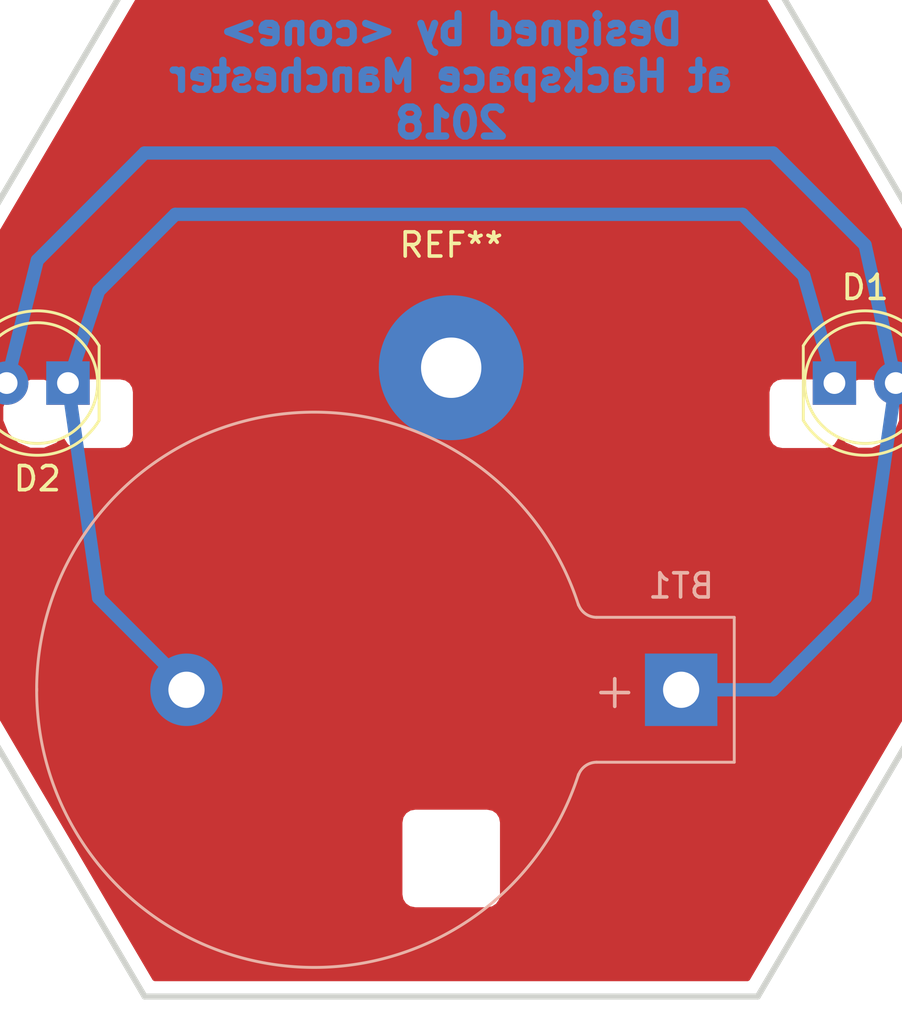
<source format=kicad_pcb>
(kicad_pcb (version 4) (host pcbnew 4.0.7)

  (general
    (links 4)
    (no_connects 0)
    (area 124.334999 74.804999 175.385001 118.235001)
    (thickness 1.6)
    (drawings 7)
    (tracks 16)
    (zones 0)
    (modules 5)
    (nets 3)
  )

  (page A4)
  (layers
    (0 F.Cu signal hide)
    (31 B.Cu signal)
    (32 B.Adhes user hide)
    (33 F.Adhes user hide)
    (34 B.Paste user hide)
    (35 F.Paste user hide)
    (36 B.SilkS user hide)
    (37 F.SilkS user hide)
    (38 B.Mask user hide)
    (39 F.Mask user)
    (40 Dwgs.User user hide)
    (41 Cmts.User user hide)
    (42 Eco1.User user hide)
    (43 Eco2.User user hide)
    (44 Edge.Cuts user hide)
    (45 Margin user hide)
    (46 B.CrtYd user)
    (47 F.CrtYd user hide)
    (48 B.Fab user)
    (49 F.Fab user)
  )

  (setup
    (last_trace_width 0.55)
    (trace_clearance 0.2)
    (zone_clearance 0.508)
    (zone_45_only no)
    (trace_min 0.2)
    (segment_width 0.2)
    (edge_width 0.15)
    (via_size 0.6)
    (via_drill 0.4)
    (via_min_size 0.4)
    (via_min_drill 0.3)
    (uvia_size 0.3)
    (uvia_drill 0.1)
    (uvias_allowed no)
    (uvia_min_size 0.2)
    (uvia_min_drill 0.1)
    (pcb_text_width 0.3)
    (pcb_text_size 1.5 1.5)
    (mod_edge_width 0.15)
    (mod_text_size 1 1)
    (mod_text_width 0.15)
    (pad_size 1.524 1.524)
    (pad_drill 0.762)
    (pad_to_mask_clearance 0.2)
    (aux_axis_origin 0 0)
    (visible_elements FFFFFF7F)
    (pcbplotparams
      (layerselection 0x00030_80000001)
      (usegerberextensions false)
      (excludeedgelayer true)
      (linewidth 0.100000)
      (plotframeref false)
      (viasonmask false)
      (mode 1)
      (useauxorigin false)
      (hpglpennumber 1)
      (hpglpenspeed 20)
      (hpglpendiameter 15)
      (hpglpenoverlay 2)
      (psnegative false)
      (psa4output false)
      (plotreference true)
      (plotvalue true)
      (plotinvisibletext false)
      (padsonsilk false)
      (subtractmaskfromsilk false)
      (outputformat 1)
      (mirror false)
      (drillshape 1)
      (scaleselection 1)
      (outputdirectory ""))
  )

  (net 0 "")
  (net 1 "Net-(BT1-Pad2)")
  (net 2 "Net-(BT1-Pad1)")

  (net_class Default "This is the default net class."
    (clearance 0.2)
    (trace_width 0.55)
    (via_dia 0.6)
    (via_drill 0.4)
    (uvia_dia 0.3)
    (uvia_drill 0.1)
    (add_net "Net-(BT1-Pad1)")
    (add_net "Net-(BT1-Pad2)")
  )

  (module Battery_Holders:Keystone_103_1x20mm-CoinCell (layer B.Cu) (tedit 5787C32C) (tstamp 5A9987FD)
    (at 159.385 105.41 180)
    (descr http://www.keyelco.com/product-pdf.cfm?p=719)
    (tags "Keystone type 103 battery holder")
    (path /5A997D07)
    (fp_text reference BT1 (at 0 4.3 180) (layer B.SilkS)
      (effects (font (size 1 1) (thickness 0.15)) (justify mirror))
    )
    (fp_text value Battery_Cell (at 15 -13 180) (layer B.Fab)
      (effects (font (size 1 1) (thickness 0.15)) (justify mirror))
    )
    (fp_text user + (at 2.75 0 180) (layer B.SilkS)
      (effects (font (size 1.5 1.5) (thickness 0.15)) (justify mirror))
    )
    (fp_arc (start 15.2 0) (end 4.015 -3.6) (angle 162.5) (layer B.CrtYd) (width 0.05))
    (fp_arc (start 15.2 0) (end 4.015 3.6) (angle -162.5) (layer B.CrtYd) (width 0.05))
    (fp_arc (start 3.5 -3.8) (end 3.5 -3.25) (angle -70) (layer B.CrtYd) (width 0.05))
    (fp_arc (start 3.5 3.8) (end 3.5 3.25) (angle 70) (layer B.CrtYd) (width 0.05))
    (fp_arc (start 15.2 0) (end 4.25 -3.5) (angle 162.5) (layer B.SilkS) (width 0.12))
    (fp_arc (start 3.5 -3.8) (end 3.5 -3) (angle -70) (layer B.SilkS) (width 0.12))
    (fp_arc (start 15.2 0) (end 4.25 3.5) (angle -162.5) (layer B.SilkS) (width 0.12))
    (fp_arc (start 3.5 3.8) (end 3.5 3) (angle 70) (layer B.SilkS) (width 0.12))
    (fp_arc (start 3.5 -3.8) (end 3.5 -2.9) (angle -70) (layer B.Fab) (width 0.1))
    (fp_arc (start 15.2 0) (end 4.35 -3.5) (angle 162.5) (layer B.Fab) (width 0.1))
    (fp_arc (start 15.2 0) (end 4.35 3.5) (angle -162.5) (layer B.Fab) (width 0.1))
    (fp_arc (start 15.2 0) (end 5.2 -1.3) (angle 180) (layer B.Fab) (width 0.1))
    (fp_line (start -2.45 3.25) (end 3.5 3.25) (layer B.CrtYd) (width 0.05))
    (fp_line (start -2.45 -3.25) (end 3.5 -3.25) (layer B.CrtYd) (width 0.05))
    (fp_line (start -2.45 -3.25) (end -2.45 3.25) (layer B.CrtYd) (width 0.05))
    (fp_line (start -2.2 3) (end 3.5 3) (layer B.SilkS) (width 0.12))
    (fp_line (start -2.2 -3) (end -2.2 3) (layer B.SilkS) (width 0.12))
    (fp_line (start -2.2 -3) (end 3.5 -3) (layer B.SilkS) (width 0.12))
    (fp_arc (start 15.2 0) (end 9 -1.3) (angle 170) (layer B.Fab) (width 0.1))
    (fp_arc (start 15.2 0) (end 13.3 -1.3) (angle 150) (layer B.Fab) (width 0.1))
    (fp_line (start 23.5712 -7.7216) (end 22.6568 -6.8834) (layer B.Fab) (width 0.1))
    (fp_line (start 23.5712 7.7216) (end 22.6314 6.858) (layer B.Fab) (width 0.1))
    (fp_arc (start 15.2 0) (end 13.3 1.3) (angle -150) (layer B.Fab) (width 0.1))
    (fp_arc (start 15.2 0) (end 9 1.3) (angle -170) (layer B.Fab) (width 0.1))
    (fp_arc (start 15.2 0) (end 5.2 1.3) (angle -180) (layer B.Fab) (width 0.1))
    (fp_line (start 3.5306 2.9) (end -1.7 2.9) (layer B.Fab) (width 0.1))
    (fp_line (start -1.7 -2.9) (end 3.5306 -2.9) (layer B.Fab) (width 0.1))
    (fp_line (start -2.1 2.5) (end -2.1 -2.5) (layer B.Fab) (width 0.1))
    (fp_line (start 0 -1.3) (end 16.2 -1.3) (layer B.Fab) (width 0.1))
    (fp_line (start 16.2 1.3) (end 0 1.3) (layer B.Fab) (width 0.1))
    (fp_arc (start 3.5 3.8) (end 3.5 2.9) (angle 70) (layer B.Fab) (width 0.1))
    (fp_arc (start 16.2 0) (end 16.2 1.3) (angle -180) (layer B.Fab) (width 0.1))
    (fp_line (start 0 1.3) (end 0 -1.3) (layer B.Fab) (width 0.1))
    (fp_arc (start -1.7 -2.5) (end -2.1 -2.5) (angle 90) (layer B.Fab) (width 0.1))
    (fp_arc (start -1.7 2.5) (end -2.1 2.5) (angle -90) (layer B.Fab) (width 0.1))
    (pad 2 thru_hole circle (at 20.49 0 180) (size 3 3) (drill 1.5) (layers *.Cu *.Mask)
      (net 1 "Net-(BT1-Pad2)"))
    (pad 1 thru_hole rect (at 0 0 180) (size 3 3) (drill 1.5) (layers *.Cu *.Mask)
      (net 2 "Net-(BT1-Pad1)"))
    (model Battery_Holders.3dshapes/Keystone_103_1x20mm-CoinCell.wrl
      (at (xyz 0.6 0 0))
      (scale (xyz 1 1 1))
      (rotate (xyz 0 0 180))
    )
  )

  (module LEDs:LED_D5.0mm (layer F.Cu) (tedit 5995936A) (tstamp 5A998803)
    (at 165.735 92.71)
    (descr "LED, diameter 5.0mm, 2 pins, http://cdn-reichelt.de/documents/datenblatt/A500/LL-504BC2E-009.pdf")
    (tags "LED diameter 5.0mm 2 pins")
    (path /5A997D8A)
    (fp_text reference D1 (at 1.27 -3.96) (layer F.SilkS)
      (effects (font (size 1 1) (thickness 0.15)))
    )
    (fp_text value LED (at 1.27 3.96) (layer F.Fab)
      (effects (font (size 1 1) (thickness 0.15)))
    )
    (fp_arc (start 1.27 0) (end -1.23 -1.469694) (angle 299.1) (layer F.Fab) (width 0.1))
    (fp_arc (start 1.27 0) (end -1.29 -1.54483) (angle 148.9) (layer F.SilkS) (width 0.12))
    (fp_arc (start 1.27 0) (end -1.29 1.54483) (angle -148.9) (layer F.SilkS) (width 0.12))
    (fp_circle (center 1.27 0) (end 3.77 0) (layer F.Fab) (width 0.1))
    (fp_circle (center 1.27 0) (end 3.77 0) (layer F.SilkS) (width 0.12))
    (fp_line (start -1.23 -1.469694) (end -1.23 1.469694) (layer F.Fab) (width 0.1))
    (fp_line (start -1.29 -1.545) (end -1.29 1.545) (layer F.SilkS) (width 0.12))
    (fp_line (start -1.95 -3.25) (end -1.95 3.25) (layer F.CrtYd) (width 0.05))
    (fp_line (start -1.95 3.25) (end 4.5 3.25) (layer F.CrtYd) (width 0.05))
    (fp_line (start 4.5 3.25) (end 4.5 -3.25) (layer F.CrtYd) (width 0.05))
    (fp_line (start 4.5 -3.25) (end -1.95 -3.25) (layer F.CrtYd) (width 0.05))
    (fp_text user %R (at 1.25 0) (layer F.Fab)
      (effects (font (size 0.8 0.8) (thickness 0.2)))
    )
    (pad 1 thru_hole rect (at 0 0) (size 1.8 1.8) (drill 0.9) (layers *.Cu *.Mask)
      (net 1 "Net-(BT1-Pad2)"))
    (pad 2 thru_hole circle (at 2.54 0) (size 1.8 1.8) (drill 0.9) (layers *.Cu *.Mask)
      (net 2 "Net-(BT1-Pad1)"))
    (model ${KISYS3DMOD}/LEDs.3dshapes/LED_D5.0mm.wrl
      (at (xyz 0 0 0))
      (scale (xyz 0.393701 0.393701 0.393701))
      (rotate (xyz 0 0 0))
    )
  )

  (module LEDs:LED_D5.0mm (layer F.Cu) (tedit 5995936A) (tstamp 5A998809)
    (at 133.985 92.71 180)
    (descr "LED, diameter 5.0mm, 2 pins, http://cdn-reichelt.de/documents/datenblatt/A500/LL-504BC2E-009.pdf")
    (tags "LED diameter 5.0mm 2 pins")
    (path /5A997D53)
    (fp_text reference D2 (at 1.27 -3.96 180) (layer F.SilkS)
      (effects (font (size 1 1) (thickness 0.15)))
    )
    (fp_text value LED (at 1.27 3.96 180) (layer F.Fab)
      (effects (font (size 1 1) (thickness 0.15)))
    )
    (fp_arc (start 1.27 0) (end -1.23 -1.469694) (angle 299.1) (layer F.Fab) (width 0.1))
    (fp_arc (start 1.27 0) (end -1.29 -1.54483) (angle 148.9) (layer F.SilkS) (width 0.12))
    (fp_arc (start 1.27 0) (end -1.29 1.54483) (angle -148.9) (layer F.SilkS) (width 0.12))
    (fp_circle (center 1.27 0) (end 3.77 0) (layer F.Fab) (width 0.1))
    (fp_circle (center 1.27 0) (end 3.77 0) (layer F.SilkS) (width 0.12))
    (fp_line (start -1.23 -1.469694) (end -1.23 1.469694) (layer F.Fab) (width 0.1))
    (fp_line (start -1.29 -1.545) (end -1.29 1.545) (layer F.SilkS) (width 0.12))
    (fp_line (start -1.95 -3.25) (end -1.95 3.25) (layer F.CrtYd) (width 0.05))
    (fp_line (start -1.95 3.25) (end 4.5 3.25) (layer F.CrtYd) (width 0.05))
    (fp_line (start 4.5 3.25) (end 4.5 -3.25) (layer F.CrtYd) (width 0.05))
    (fp_line (start 4.5 -3.25) (end -1.95 -3.25) (layer F.CrtYd) (width 0.05))
    (fp_text user %R (at 1.25 0 180) (layer F.Fab)
      (effects (font (size 0.8 0.8) (thickness 0.2)))
    )
    (pad 1 thru_hole rect (at 0 0 180) (size 1.8 1.8) (drill 0.9) (layers *.Cu *.Mask)
      (net 1 "Net-(BT1-Pad2)"))
    (pad 2 thru_hole circle (at 2.54 0 180) (size 1.8 1.8) (drill 0.9) (layers *.Cu *.Mask)
      (net 2 "Net-(BT1-Pad1)"))
    (model ${KISYS3DMOD}/LEDs.3dshapes/LED_D5.0mm.wrl
      (at (xyz 0 0 0))
      (scale (xyz 0.393701 0.393701 0.393701))
      (rotate (xyz 0 0 0))
    )
  )

  (module Downloads:bee9 (layer F.Cu) (tedit 0) (tstamp 5A99DA81)
    (at 150.495 94.615)
    (fp_text reference G*** (at 0 0) (layer F.SilkS) hide
      (effects (font (thickness 0.3)))
    )
    (fp_text value LOGO (at 0.75 0) (layer F.SilkS) hide
      (effects (font (thickness 0.3)))
    )
    (fp_poly (pts (xy 5.284158 -14.247457) (xy 5.432714 -14.069913) (xy 5.456034 -14.027727) (xy 5.502567 -13.898567)
      (xy 5.487645 -13.774294) (xy 5.396441 -13.637747) (xy 5.214125 -13.471765) (xy 4.925869 -13.259185)
      (xy 4.602093 -13.039424) (xy 4.230811 -12.776706) (xy 3.849365 -12.480765) (xy 3.509481 -12.192987)
      (xy 3.315556 -12.010045) (xy 2.972616 -11.645296) (xy 2.628316 -11.248891) (xy 2.296917 -10.84056)
      (xy 1.992677 -10.440032) (xy 1.729859 -10.067034) (xy 1.52272 -9.741296) (xy 1.385521 -9.482547)
      (xy 1.332522 -9.310515) (xy 1.3371 -9.272814) (xy 1.432164 -9.157306) (xy 1.603361 -9.033892)
      (xy 1.624728 -9.021884) (xy 2.045934 -8.748388) (xy 2.328605 -8.453315) (xy 2.488143 -8.114321)
      (xy 2.539949 -7.709065) (xy 2.54 -7.69413) (xy 2.534241 -7.499824) (xy 2.503011 -7.350724)
      (xy 2.425385 -7.207776) (xy 2.280436 -7.031923) (xy 2.05894 -6.796332) (xy 1.577879 -6.293867)
      (xy 1.769612 -6.167994) (xy 2.253211 -5.777458) (xy 2.630496 -5.31949) (xy 2.883048 -4.81951)
      (xy 2.965599 -4.517719) (xy 3.012546 -4.334443) (xy 3.061811 -4.237783) (xy 3.07199 -4.233333)
      (xy 3.179245 -4.288334) (xy 3.360359 -4.436833) (xy 3.590631 -4.654078) (xy 3.845362 -4.915318)
      (xy 4.099849 -5.195799) (xy 4.329393 -5.470769) (xy 4.406202 -5.570344) (xy 4.670688 -5.923047)
      (xy 4.967466 -6.318857) (xy 5.239256 -6.68138) (xy 5.280268 -6.736089) (xy 5.525203 -7.043955)
      (xy 5.791983 -7.349705) (xy 6.032395 -7.598753) (xy 6.087737 -7.650279) (xy 6.211896 -7.761011)
      (xy 6.320903 -7.848518) (xy 6.437289 -7.921348) (xy 6.583584 -7.988047) (xy 6.782318 -8.057162)
      (xy 7.05602 -8.137239) (xy 7.427221 -8.236825) (xy 7.918451 -8.364467) (xy 8.081818 -8.40672)
      (xy 8.3924 -8.54096) (xy 8.734548 -8.794377) (xy 9.115275 -9.173623) (xy 9.541593 -9.685349)
      (xy 9.819625 -10.05523) (xy 10.050803 -10.3599) (xy 10.263931 -10.618113) (xy 10.436313 -10.803847)
      (xy 10.545255 -10.891076) (xy 10.55014 -10.892892) (xy 10.773693 -10.895672) (xy 10.956641 -10.776099)
      (xy 11.070068 -10.565315) (xy 11.087722 -10.313939) (xy 11.030151 -10.166285) (xy 10.893688 -9.92906)
      (xy 10.698357 -9.630647) (xy 10.464181 -9.29943) (xy 10.211184 -8.963791) (xy 9.959389 -8.652115)
      (xy 9.742776 -8.407498) (xy 9.323641 -8.005069) (xy 8.916689 -7.715825) (xy 8.472313 -7.511961)
      (xy 7.940906 -7.365668) (xy 7.850909 -7.347029) (xy 7.526255 -7.275033) (xy 7.239393 -7.199014)
      (xy 7.039775 -7.132446) (xy 7.004243 -7.116306) (xy 6.773888 -6.950736) (xy 6.487472 -6.670763)
      (xy 6.16361 -6.296596) (xy 5.820918 -5.848445) (xy 5.76665 -5.772727) (xy 5.252356 -5.074826)
      (xy 4.78867 -4.503536) (xy 4.362388 -4.045379) (xy 3.960308 -3.686878) (xy 3.569224 -3.414553)
      (xy 3.32894 -3.284271) (xy 3.131445 -3.178788) (xy 3.035485 -3.076414) (xy 3.004475 -2.918019)
      (xy 3.001818 -2.755572) (xy 3.015878 -2.541116) (xy 3.051684 -2.407792) (xy 3.077041 -2.386061)
      (xy 3.164476 -2.404182) (xy 3.386647 -2.456168) (xy 3.72897 -2.538452) (xy 4.176862 -2.647467)
      (xy 4.715739 -2.779646) (xy 5.331018 -2.931423) (xy 6.008115 -3.09923) (xy 6.732447 -3.279501)
      (xy 6.853488 -3.309697) (xy 10.554713 -4.233333) (xy 18.092996 -4.233333) (xy 18.467498 -4.043559)
      (xy 18.905709 -3.73853) (xy 19.240942 -3.32545) (xy 19.466862 -2.816092) (xy 19.577131 -2.22223)
      (xy 19.587438 -1.962727) (xy 19.525811 -1.35806) (xy 19.33509 -0.826512) (xy 19.116441 -0.480818)
      (xy 18.973795 -0.327974) (xy 18.726998 -0.100913) (xy 18.396471 0.184144) (xy 18.002637 0.510978)
      (xy 17.565919 0.863369) (xy 17.106739 1.225098) (xy 16.64552 1.579944) (xy 16.202683 1.911688)
      (xy 15.798652 2.204111) (xy 15.453849 2.440992) (xy 15.363736 2.499616) (xy 15.052738 2.675867)
      (xy 14.676816 2.856984) (xy 14.324645 3.000957) (xy 14.082833 3.082795) (xy 13.857249 3.142847)
      (xy 13.613344 3.185938) (xy 13.31657 3.216891) (xy 12.932381 3.240533) (xy 12.469091 3.260082)
      (xy 11.914828 3.27786) (xy 11.293515 3.292783) (xy 10.673956 3.303479) (xy 10.124951 3.308575)
      (xy 10.025303 3.308806) (xy 9.544384 3.309532) (xy 9.202412 3.320055) (xy 8.984449 3.354154)
      (xy 8.875553 3.425611) (xy 8.860786 3.548206) (xy 8.925207 3.73572) (xy 9.053877 4.001932)
      (xy 9.123524 4.140605) (xy 9.542924 4.810392) (xy 10.082014 5.394981) (xy 10.727298 5.886371)
      (xy 11.465279 6.276558) (xy 12.282462 6.55754) (xy 13.16535 6.721314) (xy 13.527153 6.751835)
      (xy 13.940833 6.766671) (xy 14.305788 6.756076) (xy 14.683126 6.715274) (xy 15.133952 6.63949)
      (xy 15.252469 6.616993) (xy 16.185594 6.437289) (xy 16.328555 6.613838) (xy 16.453319 6.850791)
      (xy 16.428508 7.065136) (xy 16.25707 7.255057) (xy 15.94196 7.418741) (xy 15.486128 7.554373)
      (xy 14.892525 7.66014) (xy 14.562274 7.699483) (xy 13.602286 7.728285) (xy 12.642527 7.622956)
      (xy 11.708939 7.390773) (xy 10.827465 7.03901) (xy 10.024048 6.574943) (xy 9.70065 6.336009)
      (xy 9.053068 5.733875) (xy 8.542336 5.065414) (xy 8.162282 4.321244) (xy 7.950764 3.675143)
      (xy 7.874995 3.399743) (xy 7.804936 3.23281) (xy 7.710769 3.133026) (xy 7.562672 3.059073)
      (xy 7.483949 3.028346) (xy 7.238074 2.917893) (xy 6.867441 2.726579) (xy 6.371134 2.453892)
      (xy 5.748243 2.099319) (xy 4.997853 1.66235) (xy 4.119051 1.142472) (xy 4.079394 1.11886)
      (xy 3.492208 0.772759) (xy 3.028705 0.509217) (xy 2.683165 0.327416) (xy 2.449865 0.22654)
      (xy 2.323083 0.205773) (xy 2.297098 0.264297) (xy 2.366187 0.401296) (xy 2.524629 0.615952)
      (xy 2.766702 0.90745) (xy 2.790152 0.934812) (xy 3.148058 1.344072) (xy 3.438985 1.655965)
      (xy 3.689533 1.895355) (xy 3.926302 2.087105) (xy 4.175893 2.256079) (xy 4.257124 2.305972)
      (xy 5.056696 2.874077) (xy 5.740886 3.543977) (xy 6.309057 4.314979) (xy 6.615606 4.869516)
      (xy 6.734496 5.124883) (xy 6.83086 5.369322) (xy 6.907609 5.623645) (xy 6.967654 5.908663)
      (xy 7.013907 6.24519) (xy 7.049279 6.654039) (xy 7.076682 7.15602) (xy 7.099026 7.771948)
      (xy 7.117651 8.458409) (xy 7.137648 9.144485) (xy 7.163424 9.700396) (xy 7.199807 10.149916)
      (xy 7.251626 10.516816) (xy 7.323709 10.824869) (xy 7.420886 11.097848) (xy 7.547984 11.359524)
      (xy 7.709832 11.63367) (xy 7.787268 11.755059) (xy 8.323949 12.445057) (xy 8.974925 13.041953)
      (xy 9.726107 13.537584) (xy 10.563406 13.923787) (xy 11.472731 14.1924) (xy 12.20206 14.312738)
      (xy 12.662674 14.377381) (xy 12.986822 14.45732) (xy 13.191796 14.560406) (xy 13.29489 14.694492)
      (xy 13.315758 14.818441) (xy 13.264001 15.049008) (xy 13.104469 15.20697) (xy 12.830767 15.293473)
      (xy 12.436502 15.309664) (xy 11.915279 15.256691) (xy 11.393165 15.163366) (xy 10.428308 14.89943)
      (xy 9.527344 14.519263) (xy 8.703471 14.03361) (xy 7.969885 13.453219) (xy 7.339784 12.788833)
      (xy 6.826366 12.051201) (xy 6.442829 11.251066) (xy 6.38258 11.083636) (xy 6.3322 10.923617)
      (xy 6.291534 10.757921) (xy 6.258834 10.565987) (xy 6.232349 10.327254) (xy 6.21033 10.021163)
      (xy 6.191026 9.627153) (xy 6.172689 9.124663) (xy 6.153568 8.493132) (xy 6.149296 8.342419)
      (xy 6.129765 7.681151) (xy 6.111397 7.153879) (xy 6.092518 6.740688) (xy 6.07145 6.42166)
      (xy 6.046519 6.17688) (xy 6.01605 5.98643) (xy 5.978367 5.830396) (xy 5.931794 5.688859)
      (xy 5.924382 5.668835) (xy 5.662599 5.119925) (xy 5.295147 4.562009) (xy 4.857458 4.04762)
      (xy 4.774891 3.964629) (xy 4.382798 3.58047) (xy 4.528124 4.003114) (xy 4.715694 4.637222)
      (xy 4.884993 5.378836) (xy 5.02874 6.181916) (xy 5.139656 7.000419) (xy 5.21046 7.788305)
      (xy 5.23394 8.466667) (xy 5.19016 9.444934) (xy 5.065253 10.481402) (xy 4.868863 11.525563)
      (xy 4.610636 12.526912) (xy 4.300217 13.43494) (xy 4.271337 13.50718) (xy 3.923069 14.281973)
      (xy 3.541007 14.950656) (xy 3.094097 15.561031) (xy 2.551285 16.160901) (xy 2.54 16.172347)
      (xy 2.129193 16.575833) (xy 1.784972 16.880559) (xy 1.477399 17.107683) (xy 1.176536 17.278362)
      (xy 0.852445 17.413756) (xy 0.718028 17.460008) (xy 0.380811 17.543777) (xy -0.035892 17.607925)
      (xy -0.481699 17.648637) (xy -0.906225 17.662102) (xy -1.259085 17.644504) (xy -1.40292 17.620547)
      (xy -2.110014 17.374987) (xy -2.789622 16.987598) (xy -3.433679 16.469258) (xy -4.03412 15.830848)
      (xy -4.582882 15.083247) (xy -5.071898 14.237334) (xy -5.406487 13.495925) (xy -4.439158 13.495925)
      (xy -4.410542 13.566313) (xy -4.315952 13.740975) (xy -4.170369 13.993249) (xy -3.996976 14.28298)
      (xy -3.46494 15.056819) (xy -2.896872 15.684643) (xy -2.2881 16.171147) (xy -1.885757 16.405088)
      (xy -1.27 16.715927) (xy -0.500303 16.685707) (xy -0.102856 16.662991) (xy 0.191153 16.624799)
      (xy 0.432127 16.561186) (xy 0.670468 16.462203) (xy 0.697428 16.449337) (xy 1.087696 16.215497)
      (xy 1.51414 15.8829) (xy 1.936649 15.486495) (xy 2.315115 15.061232) (xy 2.36874 14.993057)
      (xy 2.520615 14.781002) (xy 2.695078 14.514216) (xy 2.874431 14.223043) (xy 3.040979 13.937829)
      (xy 3.177023 13.688918) (xy 3.264868 13.506655) (xy 3.286817 13.421386) (xy 3.285951 13.420294)
      (xy 3.203864 13.420904) (xy 3.008108 13.444899) (xy 2.736342 13.487422) (xy 2.650181 13.502263)
      (xy 1.687578 13.635935) (xy 0.624374 13.721333) (xy -0.493652 13.757827) (xy -1.62072 13.744786)
      (xy -2.711051 13.681579) (xy -3.574561 13.587967) (xy -3.915076 13.543834) (xy -4.193826 13.511807)
      (xy -4.379024 13.495267) (xy -4.439158 13.495925) (xy -5.406487 13.495925) (xy -5.493105 13.30399)
      (xy -5.838438 12.294094) (xy -6.081829 11.308544) (xy -6.306391 9.862297) (xy -6.382927 8.45062)
      (xy -6.347904 7.769543) (xy -5.457832 7.769543) (xy -5.453802 7.97054) (xy -5.440858 8.274876)
      (xy -5.420297 8.657467) (xy -5.393417 9.093227) (xy -5.361517 9.557072) (xy -5.341588 9.824354)
      (xy -5.299372 10.373861) (xy -4.862565 10.492568) (xy -4.314606 10.626165) (xy -3.684817 10.755135)
      (xy -3.045028 10.865609) (xy -2.61697 10.926106) (xy -2.210627 10.959806) (xy -1.68711 10.977769)
      (xy -1.082266 10.981073) (xy -0.431939 10.970793) (xy 0.228026 10.948005) (xy 0.861782 10.913785)
      (xy 1.433486 10.86921) (xy 1.907291 10.815355) (xy 2.100649 10.784487) (xy 2.518927 10.701373)
      (xy 2.954162 10.604207) (xy 3.339754 10.508274) (xy 3.50283 10.462677) (xy 3.797057 10.369703)
      (xy 3.977102 10.291422) (xy 4.078191 10.20545) (xy 4.135552 10.089408) (xy 4.147113 10.053322)
      (xy 4.180876 9.877169) (xy 4.210776 9.603454) (xy 4.235652 9.265308) (xy 4.254342 8.89586)
      (xy 4.265684 8.528242) (xy 4.268518 8.195585) (xy 4.26168 7.931019) (xy 4.244011 7.767675)
      (xy 4.228481 7.732455) (xy 4.119812 7.722518) (xy 3.911526 7.741846) (xy 3.714587 7.77419)
      (xy 3.066367 7.897007) (xy 2.531493 7.992176) (xy 2.072694 8.063869) (xy 1.652703 8.116256)
      (xy 1.234248 8.15351) (xy 0.780061 8.179801) (xy 0.252872 8.1993) (xy -0.192424 8.211466)
      (xy -1.000607 8.225559) (xy -1.692902 8.221883) (xy -2.30663 8.197643) (xy -2.879114 8.150045)
      (xy -3.447674 8.076293) (xy -4.049633 7.973593) (xy -4.471429 7.89102) (xy -4.833869 7.817737)
      (xy -5.137257 7.757125) (xy -5.352197 7.715006) (xy -5.449294 7.697197) (xy -5.45165 7.69697)
      (xy -5.457832 7.769543) (xy -6.347904 7.769543) (xy -6.311777 7.067035) (xy -6.306771 7.020451)
      (xy -6.217966 6.355877) (xy -6.097823 5.67087) (xy -5.956633 5.015793) (xy -5.921506 4.882912)
      (xy -4.92606 4.882912) (xy -4.853918 4.93254) (xy -4.653208 5.000242) (xy -4.347509 5.08065)
      (xy -3.960398 5.168398) (xy -3.515452 5.258119) (xy -3.036249 5.344446) (xy -2.578485 5.417281)
      (xy -2.43842 5.425924) (xy -2.168788 5.431867) (xy -1.793939 5.434984) (xy -1.338222 5.435144)
      (xy -0.825988 5.432219) (xy -0.461818 5.428452) (xy 0.153683 5.419517) (xy 0.64494 5.407927)
      (xy 1.041647 5.391313) (xy 1.373499 5.367308) (xy 1.67019 5.333541) (xy 1.961416 5.287643)
      (xy 2.27687 5.227246) (xy 2.413985 5.199018) (xy 2.945436 5.084473) (xy 3.335828 4.991302)
      (xy 3.596087 4.916432) (xy 3.73714 4.856789) (xy 3.771515 4.817098) (xy 3.742184 4.694735)
      (xy 3.663468 4.466785) (xy 3.549284 4.167982) (xy 3.41355 3.833063) (xy 3.270181 3.496761)
      (xy 3.133094 3.193811) (xy 3.063899 3.050959) (xy 2.916424 2.762024) (xy 2.812789 2.586511)
      (xy 2.728948 2.499676) (xy 2.640854 2.476779) (xy 2.524462 2.493078) (xy 2.522161 2.493537)
      (xy 2.093674 2.562335) (xy 1.575099 2.614203) (xy 0.957047 2.649293) (xy 0.230132 2.66776)
      (xy -0.615035 2.669757) (xy -1.58784 2.655438) (xy -2.697671 2.624957) (xy -3.579091 2.593391)
      (xy -3.963939 2.578485) (xy -4.211608 3.040303) (xy -4.340245 3.30139) (xy -4.483265 3.625015)
      (xy -4.626538 3.974731) (xy -4.755932 4.314095) (xy -4.857316 4.606661) (xy -4.916559 4.815983)
      (xy -4.92606 4.882912) (xy -5.921506 4.882912) (xy -5.804689 4.441012) (xy -5.733863 4.21699)
      (xy -5.656554 3.96313) (xy -5.616331 3.777358) (xy -5.620708 3.69565) (xy -5.62474 3.694545)
      (xy -5.720978 3.755083) (xy -5.877674 3.917942) (xy -6.073556 4.154993) (xy -6.287354 4.438105)
      (xy -6.497797 4.739147) (xy -6.683613 5.02999) (xy -6.819863 5.275063) (xy -6.953744 5.57198)
      (xy -7.056381 5.871848) (xy -7.13163 6.201043) (xy -7.183342 6.585938) (xy -7.215372 7.05291)
      (xy -7.231573 7.628332) (xy -7.23559 8.120303) (xy -7.241436 8.627904) (xy -7.255174 9.151346)
      (xy -7.275016 9.641656) (xy -7.299174 10.049863) (xy -7.311424 10.198485) (xy -7.350112 10.556392)
      (xy -7.398702 10.835038) (xy -7.472949 11.086976) (xy -7.588605 11.364764) (xy -7.761423 11.720955)
      (xy -7.777243 11.752523) (xy -8.269092 12.564845) (xy -8.878822 13.287724) (xy -9.593653 13.913112)
      (xy -10.400806 14.432961) (xy -11.287501 14.839224) (xy -12.24096 15.123853) (xy -13.248404 15.278802)
      (xy -13.394371 15.289776) (xy -14.136666 15.338422) (xy -14.313504 15.090077) (xy -14.490341 14.841732)
      (xy -14.338298 14.636775) (xy -14.230748 14.521561) (xy -14.088814 14.44825) (xy -13.867652 14.399478)
      (xy -13.654794 14.372104) (xy -12.596074 14.194637) (xy -11.63564 13.912396) (xy -11.006667 13.64378)
      (xy -10.633335 13.44811) (xy -10.326242 13.253627) (xy -10.035004 13.023547) (xy -9.709236 12.721087)
      (xy -9.61277 12.626158) (xy -9.282859 12.285943) (xy -9.037184 11.995139) (xy -8.840355 11.706267)
      (xy -8.656983 11.37185) (xy -8.614928 11.287443) (xy -8.279772 10.606097) (xy -8.19423 8.208655)
      (xy -8.169927 7.536877) (xy -8.148867 6.999352) (xy -8.12903 6.576486) (xy -8.1084 6.248683)
      (xy -8.084956 5.996347) (xy -8.05668 5.799883) (xy -8.021554 5.639695) (xy -7.97756 5.496188)
      (xy -7.922678 5.349766) (xy -7.891766 5.272424) (xy -7.486293 4.451992) (xy -6.958661 3.708273)
      (xy -6.30102 3.031958) (xy -5.505521 2.413735) (xy -5.450597 2.376511) (xy -5.077317 2.106193)
      (xy -4.743749 1.816412) (xy -4.40633 1.46654) (xy -4.12287 1.138273) (xy -3.796627 0.735431)
      (xy -3.580624 0.439345) (xy -3.474611 0.249585) (xy -3.478339 0.165718) (xy -3.566912 0.1771)
      (xy -3.657303 0.224742) (xy -3.863086 0.340363) (xy -4.166913 0.513988) (xy -4.551434 0.73564)
      (xy -4.999301 0.995343) (xy -5.493164 1.283121) (xy -5.664336 1.383169) (xy -6.202582 1.69589)
      (xy -6.730759 1.998867) (xy -7.225087 2.278748) (xy -7.661786 2.52218) (xy -8.017075 2.715813)
      (xy -8.267171 2.846296) (xy -8.293485 2.859275) (xy -8.643088 3.04437) (xy -8.856995 3.191742)
      (xy -8.929514 3.297047) (xy -8.962807 3.487565) (xy -9.049826 3.774137) (xy -9.174391 4.115668)
      (xy -9.320321 4.471061) (xy -9.471435 4.79922) (xy -9.611552 5.05905) (xy -9.642454 5.107744)
      (xy -10.183748 5.786155) (xy -10.84629 6.381081) (xy -11.616861 6.883978) (xy -12.482243 7.2863)
      (xy -13.429215 7.579501) (xy -13.487198 7.593173) (xy -13.993825 7.677868) (xy -14.565086 7.719034)
      (xy -15.167075 7.719244) (xy -15.765886 7.681068) (xy -16.327613 7.60708) (xy -16.818347 7.49985)
      (xy -17.204185 7.361952) (xy -17.314994 7.302807) (xy -17.488312 7.128328) (xy -17.540777 6.921065)
      (xy -17.488103 6.719282) (xy -17.346 6.561242) (xy -17.13018 6.485209) (xy -16.982396 6.492821)
      (xy -16.790375 6.528516) (xy -16.503717 6.581982) (xy -16.179093 6.642648) (xy -16.125151 6.652739)
      (xy -15.189462 6.757664) (xy -14.258551 6.726949) (xy -13.356557 6.564454) (xy -12.50762 6.274036)
      (xy -11.933914 5.982675) (xy -11.44703 5.636457) (xy -10.983688 5.197781) (xy -10.571442 4.701191)
      (xy -10.237843 4.181233) (xy -10.010442 3.67245) (xy -9.963091 3.511657) (xy -9.912403 3.309697)
      (xy -11.363928 3.303569) (xy -11.926692 3.298097) (xy -12.535355 3.286979) (xy -13.13432 3.271561)
      (xy -13.667994 3.253189) (xy -13.931515 3.241418) (xy -14.55006 3.19622) (xy -15.059787 3.120725)
      (xy -15.504888 3.001524) (xy -15.929554 2.825207) (xy -16.377979 2.578363) (xy -16.625454 2.423955)
      (xy -16.862606 2.262183) (xy -16.955529 2.195089) (xy -14.601189 2.195089) (xy -14.590465 2.214585)
      (xy -14.477819 2.2644) (xy -14.247267 2.302295) (xy -13.892316 2.328523) (xy -13.406468 2.34334)
      (xy -12.783229 2.346999) (xy -12.016101 2.339756) (xy -11.583939 2.332269) (xy -10.885463 2.316227)
      (xy -10.327361 2.297614) (xy -9.896078 2.275572) (xy -9.578059 2.249245) (xy -9.359748 2.217776)
      (xy -9.236363 2.183971) (xy -9.100391 2.118932) (xy -9.003375 2.030721) (xy -8.923426 1.884199)
      (xy -8.91578 1.862552) (xy -8.513012 1.862552) (xy -8.496494 1.908549) (xy -8.494155 1.9074)
      (xy -8.413921 1.861003) (xy -8.217182 1.746286) (xy -7.920235 1.572779) (xy -7.539376 1.350014)
      (xy -7.090904 1.08752) (xy -6.591115 0.794829) (xy -6.285189 0.615597) (xy -5.763994 0.308022)
      (xy -5.286358 0.021964) (xy -4.868362 -0.232617) (xy -4.526091 -0.445759) (xy -4.275627 -0.6075)
      (xy -4.133055 -0.707879) (xy -4.106162 -0.73399) (xy -4.099732 -0.867904) (xy -4.132453 -1.06792)
      (xy -4.13734 -1.087432) (xy -4.186367 -1.230833) (xy -4.267618 -1.325801) (xy -4.419607 -1.399514)
      (xy -4.680851 -1.479151) (xy -4.700004 -1.484478) (xy -5.195454 -1.621987) (xy -5.772727 -1.430597)
      (xy -6.135833 -1.314472) (xy -6.522376 -1.197457) (xy -6.83332 -1.10913) (xy -7.088343 -1.035063)
      (xy -7.254517 -0.957311) (xy -7.378014 -0.838347) (xy -7.505006 -0.640644) (xy -7.58602 -0.497357)
      (xy -7.715609 -0.245064) (xy -7.860405 0.070075) (xy -8.010847 0.422737) (xy -8.15737 0.787598)
      (xy -8.290412 1.139333) (xy -8.400408 1.45262) (xy -8.477796 1.702134) (xy -8.513012 1.862552)
      (xy -8.91578 1.862552) (xy -8.838657 1.644225) (xy -8.779106 1.44987) (xy -8.667249 1.111149)
      (xy -8.514291 0.693428) (xy -8.34315 0.257698) (xy -8.223992 -0.027259) (xy -8.08537 -0.359308)
      (xy -7.977881 -0.637961) (xy -7.912031 -0.834384) (xy -7.898326 -0.919741) (xy -7.898679 -0.920139)
      (xy -7.999436 -0.946203) (xy -8.223137 -0.966199) (xy -8.5389 -0.979905) (xy -8.915838 -0.987095)
      (xy -9.323069 -0.987547) (xy -9.729709 -0.981037) (xy -10.104873 -0.967341) (xy -10.417678 -0.946235)
      (xy -10.490341 -0.938917) (xy -10.818305 -0.894794) (xy -11.095764 -0.833798) (xy -11.372228 -0.739954)
      (xy -11.697204 -0.597285) (xy -11.989248 -0.455251) (xy -12.385935 -0.24956) (xy -12.694623 -0.062661)
      (xy -12.967042 0.142904) (xy -13.254921 0.404595) (xy -13.467695 0.615329) (xy -13.767384 0.935204)
      (xy -14.043731 1.262313) (xy -14.281011 1.574256) (xy -14.463498 1.848633) (xy -14.575466 2.063044)
      (xy -14.601189 2.195089) (xy -16.955529 2.195089) (xy -17.193164 2.023508) (xy -17.59095 1.727965)
      (xy -18.029789 1.395593) (xy -18.483505 1.04643) (xy -18.925922 0.700512) (xy -19.330864 0.377877)
      (xy -19.672155 0.098563) (xy -19.762457 0.022616) (xy -19.794608 -0.01109) (xy -18.239196 -0.01109)
      (xy -18.179715 0.049155) (xy -18.018472 0.182338) (xy -17.778407 0.371139) (xy -17.482461 0.598239)
      (xy -17.153573 0.846318) (xy -16.814685 1.098056) (xy -16.488737 1.336134) (xy -16.19867 1.543232)
      (xy -15.990387 1.686715) (xy -15.729112 1.849382) (xy -15.461323 1.996311) (xy -15.231501 2.104734)
      (xy -15.084132 2.151882) (xy -15.081074 2.152139) (xy -15.024406 2.091476) (xy -14.934691 1.935887)
      (xy -14.90039 1.866515) (xy -14.503949 1.195429) (xy -13.975578 0.556109) (xy -13.336902 -0.0306)
      (xy -12.609541 -0.543853) (xy -12.111339 -0.822209) (xy -11.249382 -1.2576) (xy -11.993933 -1.558759)
      (xy -12.738485 -1.859919) (xy -13.931515 -1.828707) (xy -14.39878 -1.814508) (xy -14.748915 -1.796413)
      (xy -15.018718 -1.768941) (xy -15.24499 -1.726613) (xy -15.464532 -1.663948) (xy -15.714143 -1.575465)
      (xy -15.768308 -1.555169) (xy -16.113549 -1.41692) (xy -16.451953 -1.267549) (xy -16.721632 -1.13468)
      (xy -16.768914 -1.10851) (xy -16.982439 -0.97604) (xy -17.24291 -0.799625) (xy -17.521461 -0.600811)
      (xy -17.789227 -0.401144) (xy -18.01734 -0.222168) (xy -18.176935 -0.085431) (xy -18.239146 -0.012477)
      (xy -18.239196 -0.01109) (xy -19.794608 -0.01109) (xy -20.189463 -0.425029) (xy -20.494821 -0.925708)
      (xy -20.679908 -1.458778) (xy -20.7461 -2.003595) (xy -20.732596 -2.144607) (xy -19.761126 -2.144607)
      (xy -19.748341 -1.72922) (xy -19.636161 -1.34295) (xy -19.521002 -1.158802) (xy -19.337725 -0.93682)
      (xy -19.118955 -0.708871) (xy -18.897316 -0.50682) (xy -18.705432 -0.362534) (xy -18.576493 -0.307879)
      (xy -18.477433 -0.354975) (xy -18.29922 -0.479451) (xy -18.077466 -0.656083) (xy -18.03941 -0.688278)
      (xy -17.390905 -1.166749) (xy -16.641869 -1.591125) (xy -15.843629 -1.932553) (xy -15.795899 -1.949556)
      (xy -15.455315 -2.06106) (xy -15.154312 -2.135006) (xy -14.837311 -2.180832) (xy -14.448734 -2.207977)
      (xy -14.220151 -2.217153) (xy -13.867629 -2.23342) (xy -13.579358 -2.25455) (xy -13.385391 -2.277789)
      (xy -13.315757 -2.300027) (xy -13.358726 -2.38347) (xy -13.4712 -2.551767) (xy -13.623636 -2.761467)
      (xy -13.780607 -2.981002) (xy -13.891525 -3.156418) (xy -13.917832 -3.215846) (xy -13.469697 -3.215846)
      (xy -13.411705 -3.094198) (xy -13.257444 -2.910784) (xy -13.03649 -2.6925) (xy -12.778417 -2.466242)
      (xy -12.5128 -2.258904) (xy -12.269214 -2.097383) (xy -12.195545 -2.057112) (xy -11.819354 -1.892516)
      (xy -11.349361 -1.724683) (xy -10.844219 -1.571718) (xy -10.362579 -1.451724) (xy -10.044545 -1.393175)
      (xy -9.502071 -1.340982) (xy -8.878802 -1.321314) (xy -8.236884 -1.333409) (xy -7.638462 -1.376509)
      (xy -7.264476 -1.427167) (xy -6.759525 -1.522321) (xy -6.384572 -1.609349) (xy -6.146279 -1.686313)
      (xy -6.051307 -1.751277) (xy -6.058893 -1.777932) (xy -6.144741 -1.80912) (xy -6.363406 -1.872649)
      (xy -6.698217 -1.964113) (xy -7.132502 -2.079106) (xy -7.649589 -2.213221) (xy -8.232807 -2.362053)
      (xy -8.865485 -2.521195) (xy -8.96697 -2.546518) (xy -9.726279 -2.734754) (xy -10.355238 -2.887885)
      (xy -10.872444 -3.009688) (xy -11.296496 -3.103939) (xy -11.64599 -3.174416) (xy -11.939525 -3.224894)
      (xy -12.195697 -3.259152) (xy -12.433106 -3.280966) (xy -12.642273 -3.292911) (xy -13.014343 -3.306291)
      (xy -13.25794 -3.305585) (xy -13.398081 -3.288462) (xy -13.45978 -3.252593) (xy -13.469697 -3.215846)
      (xy -13.917832 -3.215846) (xy -13.931515 -3.246756) (xy -14.007518 -3.268432) (xy -14.231831 -3.28491)
      (xy -14.598909 -3.296083) (xy -15.103205 -3.301841) (xy -15.739174 -3.302078) (xy -16.494286 -3.296755)
      (xy -17.197009 -3.289139) (xy -17.762425 -3.281114) (xy -18.207162 -3.271685) (xy -18.547851 -3.259856)
      (xy -18.80112 -3.244632) (xy -18.983602 -3.225018) (xy -19.111924 -3.200018) (xy -19.202718 -3.168637)
      (xy -19.271644 -3.130515) (xy -19.514531 -2.885699) (xy -19.680441 -2.543582) (xy -19.761126 -2.144607)
      (xy -20.732596 -2.144607) (xy -20.694774 -2.539517) (xy -20.527306 -3.0459) (xy -20.245072 -3.502101)
      (xy -19.849448 -3.887478) (xy -19.486665 -4.113825) (xy -19.417815 -4.143054) (xy -19.328197 -4.16733)
      (xy -19.204602 -4.186976) (xy -19.033823 -4.202317) (xy -18.802649 -4.213678) (xy -18.497872 -4.221382)
      (xy -18.106283 -4.225755) (xy -17.614673 -4.227119) (xy -17.009833 -4.2258) (xy -16.278555 -4.222122)
      (xy -15.407628 -4.216409) (xy -15.330301 -4.215865) (xy -11.43 -4.188331) (xy -7.868338 -3.287196)
      (xy -7.152177 -3.106387) (xy -6.481027 -2.937689) (xy -5.86975 -2.784785) (xy -5.33321 -2.651357)
      (xy -4.886269 -2.541088) (xy -4.543791 -2.457661) (xy -4.320639 -2.404758) (xy -4.231675 -2.386062)
      (xy -4.23152 -2.386061) (xy -4.187739 -2.455081) (xy -4.160741 -2.63067) (xy -4.157391 -2.727316)
      (xy -3.155757 -2.727316) (xy -3.155757 -0.982746) (xy -2.89336 -0.62607) (xy -2.720955 -0.395337)
      (xy -2.569442 -0.215893) (xy -2.41705 -0.081637) (xy -2.242008 0.013532) (xy -2.022545 0.075718)
      (xy -1.736891 0.111021) (xy -1.363275 0.125543) (xy -0.879925 0.125387) (xy -0.265071 0.116653)
      (xy -0.244546 0.116325) (xy 1.088786 0.09503) (xy 1.319404 -0.125667) (xy 1.503889 -0.327431)
      (xy 1.701493 -0.580188) (xy 1.775617 -0.686681) (xy 1.866117 -0.823204) (xy 2.942849 -0.823204)
      (xy 2.983736 -0.689599) (xy 3.011722 -0.659175) (xy 3.117422 -0.584356) (xy 3.333129 -0.447952)
      (xy 3.639089 -0.261418) (xy 4.01555 -0.036209) (xy 4.442758 0.216222) (xy 4.900962 0.48442)
      (xy 5.370407 0.75693) (xy 5.831341 1.022299) (xy 6.264011 1.269071) (xy 6.648663 1.485793)
      (xy 6.965545 1.66101) (xy 7.194904 1.783268) (xy 7.316987 1.841113) (xy 7.328771 1.844191)
      (xy 7.327617 1.778012) (xy 7.282164 1.596285) (xy 7.20053 1.328203) (xy 7.11018 1.058333)
      (xy 6.931147 0.581569) (xy 6.728919 0.107231) (xy 6.521692 -0.326062) (xy 6.327664 -0.679694)
      (xy 6.201886 -0.869233) (xy 6.111177 -0.931595) (xy 6.739767 -0.931595) (xy 6.751927 -0.835204)
      (xy 6.821397 -0.636416) (xy 6.935245 -0.369814) (xy 7.006506 -0.218304) (xy 7.165044 0.138009)
      (xy 7.339024 0.575625) (xy 7.50256 1.027562) (xy 7.586034 1.281354) (xy 7.700708 1.647212)
      (xy 7.796524 1.904336) (xy 7.90246 2.074382) (xy 8.047492 2.179005) (xy 8.2606 2.23986)
      (xy 8.570759 2.278603) (xy 8.96697 2.313354) (xy 9.202199 2.326603) (xy 9.542752 2.335825)
      (xy 9.964718 2.341273) (xy 10.444187 2.343202) (xy 10.95725 2.341868) (xy 11.479994 2.337524)
      (xy 11.988512 2.330425) (xy 12.458892 2.320826) (xy 12.867224 2.308982) (xy 13.189598 2.295148)
      (xy 13.402104 2.279578) (xy 13.478296 2.265292) (xy 13.480799 2.180445) (xy 13.404173 2.003804)
      (xy 13.265934 1.763397) (xy 13.083598 1.487252) (xy 12.874681 1.203395) (xy 12.656698 0.939855)
      (xy 12.634412 0.914963) (xy 11.936471 0.247754) (xy 11.159194 -0.302004) (xy 10.325029 -0.718801)
      (xy 10.198485 -0.768106) (xy 10.017054 -0.830419) (xy 9.832637 -0.877157) (xy 9.617463 -0.911248)
      (xy 9.343763 -0.935619) (xy 8.983767 -0.953199) (xy 8.509705 -0.966913) (xy 8.260359 -0.972425)
      (xy 7.759234 -0.979214) (xy 7.337148 -0.977622) (xy 7.013495 -0.96817) (xy 6.807671 -0.951379)
      (xy 6.739767 -0.931595) (xy 6.111177 -0.931595) (xy 6.077541 -0.954719) (xy 5.837892 -1.056796)
      (xy 5.518414 -1.161027) (xy 5.412128 -1.190606) (xy 5.064805 -1.287804) (xy 5.059413 -1.289433)
      (xy 10.090652 -1.289433) (xy 10.156457 -1.230131) (xy 10.358285 -1.127365) (xy 10.65477 -0.997468)
      (xy 11.447522 -0.583384) (xy 12.194699 -0.035536) (xy 12.875527 0.627909) (xy 13.469228 1.388786)
      (xy 13.583436 1.563262) (xy 13.752793 1.823351) (xy 13.892853 2.025007) (xy 13.982959 2.13911)
      (xy 14.002677 2.154234) (xy 14.087477 2.119007) (xy 14.267204 2.027538) (xy 14.50285 1.899686)
      (xy 14.742492 1.754397) (xy 15.042414 1.554597) (xy 15.381061 1.316703) (xy 15.736881 1.057131)
      (xy 16.088321 0.792299) (xy 16.413827 0.538624) (xy 16.691845 0.312522) (xy 16.900824 0.130412)
      (xy 17.019209 0.008709) (xy 17.03718 -0.030712) (xy 16.944409 -0.14445) (xy 16.752387 -0.31671)
      (xy 16.491827 -0.523511) (xy 16.193443 -0.740874) (xy 15.887948 -0.944821) (xy 15.783405 -1.009577)
      (xy 15.478859 -1.17547) (xy 15.099859 -1.356255) (xy 14.718013 -1.518205) (xy 14.638719 -1.548715)
      (xy 14.368891 -1.646691) (xy 14.141036 -1.716405) (xy 13.917432 -1.763621) (xy 13.66036 -1.794106)
      (xy 13.3321 -1.813626) (xy 12.89493 -1.827946) (xy 12.794545 -1.830604) (xy 11.619089 -1.861152)
      (xy 10.936565 -1.584818) (xy 10.630678 -1.46494) (xy 10.373094 -1.371298) (xy 10.200648 -1.316927)
      (xy 10.155707 -1.308485) (xy 10.090652 -1.289433) (xy 5.059413 -1.289433) (xy 4.736326 -1.387028)
      (xy 4.482337 -1.471241) (xy 4.422437 -1.493584) (xy 4.248099 -1.553391) (xy 4.093816 -1.573279)
      (xy 3.906322 -1.552111) (xy 3.632352 -1.488753) (xy 3.580928 -1.475648) (xy 3.301676 -1.400221)
      (xy 3.135522 -1.334987) (xy 3.045913 -1.254066) (xy 2.996294 -1.131582) (xy 2.975075 -1.046738)
      (xy 2.942849 -0.823204) (xy 1.866117 -0.823204) (xy 2.001212 -1.026998) (xy 2.001212 -1.771061)
      (xy 4.901114 -1.771061) (xy 4.9374 -1.727113) (xy 5.097903 -1.664556) (xy 5.355102 -1.590749)
      (xy 5.681482 -1.513054) (xy 6.049524 -1.438832) (xy 6.311515 -1.393787) (xy 6.844504 -1.33859)
      (xy 7.475432 -1.321601) (xy 8.15307 -1.343006) (xy 8.669468 -1.385243) (xy 9.28732 -1.483342)
      (xy 9.936956 -1.643232) (xy 10.554877 -1.846912) (xy 11.041 -2.057614) (xy 11.269819 -2.196657)
      (xy 11.421002 -2.309091) (xy 12.181861 -2.309091) (xy 12.244292 -2.290472) (xy 12.427332 -2.272997)
      (xy 12.69766 -2.259378) (xy 12.846112 -2.255063) (xy 13.688542 -2.181805) (xy 14.496331 -1.993601)
      (xy 15.13373 -1.761525) (xy 15.593291 -1.543935) (xy 16.069282 -1.27359) (xy 16.517593 -0.978799)
      (xy 16.894115 -0.687872) (xy 17.083129 -0.510398) (xy 17.244603 -0.349665) (xy 17.36329 -0.248618)
      (xy 17.397134 -0.230909) (xy 17.472609 -0.279169) (xy 17.631697 -0.407852) (xy 17.845039 -0.592813)
      (xy 17.931477 -0.670342) (xy 18.171861 -0.906265) (xy 18.375203 -1.139058) (xy 18.505257 -1.326344)
      (xy 18.521867 -1.360597) (xy 18.614757 -1.750083) (xy 18.604449 -2.178233) (xy 18.500873 -2.595784)
      (xy 18.31396 -2.953478) (xy 18.167739 -3.117273) (xy 18.114378 -3.158983) (xy 18.046882 -3.192585)
      (xy 17.948887 -3.219098) (xy 17.804027 -3.239539) (xy 17.595938 -3.254927) (xy 17.308255 -3.266281)
      (xy 16.924612 -3.274618) (xy 16.428645 -3.280958) (xy 15.803987 -3.286318) (xy 15.405202 -3.289179)
      (xy 12.815455 -3.307146) (xy 12.508108 -2.827361) (xy 12.356834 -2.590082) (xy 12.241369 -2.406849)
      (xy 12.183952 -2.312987) (xy 12.181861 -2.309091) (xy 11.421002 -2.309091) (xy 11.531024 -2.390913)
      (xy 11.795017 -2.613482) (xy 12.032204 -2.837467) (xy 12.212987 -3.035968) (xy 12.307771 -3.182085)
      (xy 12.315152 -3.215644) (xy 12.29307 -3.26479) (xy 12.210498 -3.29453) (xy 12.042946 -3.307058)
      (xy 11.765924 -3.304571) (xy 11.449243 -3.293253) (xy 11.208594 -3.28058) (xy 10.976072 -3.260743)
      (xy 10.732665 -3.229864) (xy 10.459362 -3.184064) (xy 10.13715 -3.119464) (xy 9.747018 -3.032185)
      (xy 9.269955 -2.918349) (xy 8.686948 -2.774076) (xy 7.978987 -2.595489) (xy 7.77394 -2.543423)
      (xy 7.13971 -2.381146) (xy 6.552229 -2.22874) (xy 6.028283 -2.090721) (xy 5.584662 -1.9716)
      (xy 5.238152 -1.875892) (xy 5.005542 -1.808111) (xy 4.90362 -1.772768) (xy 4.901114 -1.771061)
      (xy 2.001212 -1.771061) (xy 2.001212 -4.590473) (xy 1.736689 -4.899509) (xy 1.374573 -5.214631)
      (xy 0.900011 -5.463051) (xy 0.343025 -5.636378) (xy -0.266362 -5.726221) (xy -0.898127 -5.724188)
      (xy -1.125107 -5.69937) (xy -1.612184 -5.599306) (xy -2.078858 -5.445125) (xy -2.479864 -5.254645)
      (xy -2.758753 -5.05631) (xy -2.880836 -4.934956) (xy -2.974988 -4.81306) (xy -3.044823 -4.669426)
      (xy -3.093955 -4.482859) (xy -3.125995 -4.232163) (xy -3.144557 -3.896143) (xy -3.153254 -3.453603)
      (xy -3.155699 -2.883348) (xy -3.155757 -2.727316) (xy -4.157391 -2.727316) (xy -4.156546 -2.751667)
      (xy -4.161902 -2.953352) (xy -4.198682 -3.081879) (xy -4.298334 -3.180495) (xy -4.492306 -3.292444)
      (xy -4.585224 -3.341174) (xy -5.032951 -3.634173) (xy -5.51603 -4.064745) (xy -6.037563 -4.636012)
      (xy -6.600649 -5.351094) (xy -6.656227 -5.426364) (xy -7.079709 -5.993207) (xy -7.427322 -6.436914)
      (xy -7.705066 -6.764711) (xy -7.918945 -6.983824) (xy -8.016572 -7.064301) (xy -8.150253 -7.123684)
      (xy -8.392603 -7.199263) (xy -8.701074 -7.278409) (xy -8.851455 -7.312109) (xy -9.388731 -7.442792)
      (xy -9.81049 -7.586539) (xy -10.155099 -7.760569) (xy -10.460922 -7.982102) (xy -10.582013 -8.088819)
      (xy -10.905428 -8.413637) (xy -11.229717 -8.78643) (xy -11.536978 -9.181346) (xy -11.80931 -9.57253)
      (xy -12.028813 -9.934127) (xy -12.177586 -10.240285) (xy -12.237728 -10.465147) (xy -12.238182 -10.480819)
      (xy -12.173082 -10.689256) (xy -12.011787 -10.844581) (xy -11.805303 -10.907354) (xy -11.705107 -10.893025)
      (xy -11.596951 -10.812305) (xy -11.428075 -10.633445) (xy -11.224399 -10.385544) (xy -11.071518 -10.181698)
      (xy -10.809505 -9.83404) (xy -10.515964 -9.468276) (xy -10.239551 -9.1443) (xy -10.138639 -9.033355)
      (xy -9.962685 -8.848536) (xy -9.810997 -8.707055) (xy -9.656498 -8.596232) (xy -9.472112 -8.503387)
      (xy -9.23076 -8.415839) (xy -8.905364 -8.320909) (xy -8.468849 -8.205915) (xy -8.253494 -8.150543)
      (xy -7.954122 -8.06176) (xy -7.68889 -7.95036) (xy -7.439989 -7.800532) (xy -7.189608 -7.596465)
      (xy -6.919939 -7.322348) (xy -6.61317 -6.962371) (xy -6.251493 -6.500724) (xy -5.961442 -6.115756)
      (xy -5.59755 -5.642066) (xy -5.247274 -5.212496) (xy -4.924672 -4.842315) (xy -4.643799 -4.546792)
      (xy -4.418712 -4.341196) (xy -4.263468 -4.240796) (xy -4.228496 -4.233333) (xy -4.174094 -4.300844)
      (xy -4.120455 -4.468391) (xy -4.109288 -4.52197) (xy -3.950447 -5.050288) (xy -3.679057 -5.496362)
      (xy -3.278207 -5.88533) (xy -3.108365 -6.009765) (xy -2.915058 -6.148197) (xy -2.828146 -6.242835)
      (xy -2.826464 -6.336061) (xy -2.883521 -6.459958) (xy -3.011885 -6.669092) (xy -3.123733 -6.820403)
      (xy -1.924122 -6.820403) (xy -1.920934 -6.723838) (xy -1.825423 -6.702119) (xy -1.602944 -6.683874)
      (xy -1.280454 -6.670342) (xy -0.884908 -6.662763) (xy -0.56874 -6.661692) (xy -0.094064 -6.664204)
      (xy 0.250213 -6.670309) (xy 0.487625 -6.682728) (xy 0.641711 -6.704182) (xy 0.736006 -6.737394)
      (xy 0.794048 -6.785084) (xy 0.821724 -6.822475) (xy 0.875395 -6.935922) (xy 0.870012 -7.065688)
      (xy 0.799725 -7.263011) (xy 0.761296 -7.351672) (xy 0.659118 -7.63451) (xy 0.627027 -7.902801)
      (xy 0.642715 -8.164691) (xy 0.663614 -8.417906) (xy 0.64988 -8.568196) (xy 0.58758 -8.665176)
      (xy 0.47909 -8.747466) (xy 0.099021 -8.960258) (xy -0.276493 -9.063264) (xy -0.581099 -9.082424)
      (xy -1.033632 -9.042196) (xy -1.383191 -8.915135) (xy -1.590275 -8.762433) (xy -1.695633 -8.645295)
      (xy -1.712886 -8.533104) (xy -1.651772 -8.35574) (xy -1.648002 -8.346699) (xy -1.565634 -8.098571)
      (xy -1.551976 -7.871941) (xy -1.612237 -7.617818) (xy -1.75162 -7.28721) (xy -1.763202 -7.262626)
      (xy -1.867729 -7.013592) (xy -1.924122 -6.820403) (xy -3.123733 -6.820403) (xy -3.176359 -6.891596)
      (xy -3.196061 -6.915397) (xy -3.419245 -7.267322) (xy -3.500193 -7.64017) (xy -3.454961 -8.035006)
      (xy -3.387537 -8.250103) (xy -3.279875 -8.442436) (xy -3.103798 -8.65309) (xy -2.873526 -8.882759)
      (xy -2.380976 -9.353992) (xy -2.852661 -10.045632) (xy -3.455678 -10.882178) (xy -4.038106 -11.588216)
      (xy -4.617705 -12.182321) (xy -5.212234 -12.683071) (xy -5.695757 -13.019525) (xy -5.978906 -13.20151)
      (xy -6.230784 -13.365528) (xy -6.409285 -13.484088) (xy -6.446212 -13.509463) (xy -6.586017 -13.690117)
      (xy -6.612568 -13.918866) (xy -6.523978 -14.13753) (xy -6.468533 -14.198123) (xy -6.283559 -14.290002)
      (xy -6.035748 -14.27716) (xy -5.711021 -14.156518) (xy -5.337032 -13.95059) (xy -4.50892 -13.365929)
      (xy -3.699666 -12.632069) (xy -2.913199 -11.753024) (xy -2.15345 -10.732808) (xy -2.07768 -10.621072)
      (xy -1.872055 -10.318253) (xy -1.728394 -10.122886) (xy -1.623378 -10.014266) (xy -1.533686 -9.971688)
      (xy -1.435999 -9.97445) (xy -1.365603 -9.988864) (xy -1.130731 -10.01961) (xy -0.797885 -10.036799)
      (xy -0.422474 -10.039926) (xy -0.059909 -10.028486) (xy 0.22442 -10.003359) (xy 0.349332 -9.993167)
      (xy 0.44974 -10.017061) (xy 0.551855 -10.097175) (xy 0.681888 -10.255639) (xy 0.866053 -10.514586)
      (xy 0.917148 -10.588263) (xy 1.651038 -11.575218) (xy 2.395803 -12.434298) (xy 3.144712 -13.158883)
      (xy 3.891032 -13.742352) (xy 4.502115 -14.113888) (xy 4.842667 -14.267295) (xy 5.095411 -14.312534)
      (xy 5.284158 -14.247457)) (layer F.Mask) (width 0.01))
    (fp_poly (pts (xy -0.332 -5.111731) (xy -0.261707 -4.978812) (xy -0.247955 -4.860531) (xy -0.235567 -4.610141)
      (xy -0.225043 -4.249467) (xy -0.216886 -3.800339) (xy -0.211597 -3.284582) (xy -0.209677 -2.724025)
      (xy -0.209676 -2.713866) (xy -0.21042 -2.085071) (xy -0.213393 -1.592056) (xy -0.219706 -1.21667)
      (xy -0.230472 -0.940757) (xy -0.246803 -0.746163) (xy -0.269809 -0.614735) (xy -0.300602 -0.52832)
      (xy -0.340295 -0.468761) (xy -0.347676 -0.460368) (xy -0.50872 -0.330859) (xy -0.67226 -0.334089)
      (xy -0.788939 -0.391014) (xy -0.827555 -0.423884) (xy -0.858044 -0.48354) (xy -0.881355 -0.58667)
      (xy -0.898437 -0.749966) (xy -0.910237 -0.990117) (xy -0.917703 -1.323814) (xy -0.921783 -1.767747)
      (xy -0.923426 -2.338606) (xy -0.923636 -2.762379) (xy -0.923636 -5.05529) (xy -0.732124 -5.142549)
      (xy -0.498085 -5.194865) (xy -0.332 -5.111731)) (layer F.Mask) (width 0.01))
    (fp_poly (pts (xy -1.702412 -4.550221) (xy -1.695097 -4.542976) (xy -1.643413 -4.482909) (xy -1.604608 -4.406076)
      (xy -1.576846 -4.291325) (xy -1.558293 -4.117505) (xy -1.547115 -3.863465) (xy -1.541477 -3.508051)
      (xy -1.539544 -3.030114) (xy -1.539394 -2.747818) (xy -1.542471 -2.139509) (xy -1.552097 -1.673934)
      (xy -1.568864 -1.340004) (xy -1.593363 -1.126631) (xy -1.626184 -1.022726) (xy -1.631757 -1.016)
      (xy -1.799827 -0.935118) (xy -1.999772 -0.940502) (xy -2.140195 -1.021069) (xy -2.168609 -1.127423)
      (xy -2.197988 -1.366291) (xy -2.226609 -1.716272) (xy -2.252748 -2.155964) (xy -2.274681 -2.663966)
      (xy -2.276384 -2.712131) (xy -2.294667 -3.271197) (xy -2.30352 -3.697279) (xy -2.299824 -4.011205)
      (xy -2.28046 -4.2338) (xy -2.24231 -4.385892) (xy -2.182254 -4.488307) (xy -2.097175 -4.561872)
      (xy -1.990064 -4.624148) (xy -1.850112 -4.649387) (xy -1.702412 -4.550221)) (layer F.Mask) (width 0.01))
    (fp_poly (pts (xy 0.864099 -4.626846) (xy 0.920848 -4.602278) (xy 0.964037 -4.563038) (xy 0.995816 -4.489574)
      (xy 1.018339 -4.362332) (xy 1.033758 -4.16176) (xy 1.044225 -3.868306) (xy 1.051893 -3.462418)
      (xy 1.058913 -2.924542) (xy 1.059832 -2.848802) (xy 1.064323 -2.211682) (xy 1.060339 -1.719851)
      (xy 1.047567 -1.364878) (xy 1.025697 -1.13833) (xy 0.994417 -1.031774) (xy 0.99268 -1.02954)
      (xy 0.83129 -0.936134) (xy 0.637108 -0.942735) (xy 0.483129 -1.043404) (xy 0.464526 -1.072516)
      (xy 0.437384 -1.200915) (xy 0.414983 -1.464317) (xy 0.39819 -1.843833) (xy 0.387876 -2.320574)
      (xy 0.384849 -2.804334) (xy 0.385758 -3.339519) (xy 0.389745 -3.742302) (xy 0.398697 -4.034216)
      (xy 0.414502 -4.236794) (xy 0.439048 -4.371569) (xy 0.474224 -4.460073) (xy 0.521917 -4.52384)
      (xy 0.536977 -4.539402) (xy 0.697932 -4.645079) (xy 0.864099 -4.626846)) (layer F.Mask) (width 0.01))
  )

  (module Wire_Pads:SolderWirePad_single_2-5mmDrill (layer F.Cu) (tedit 0) (tstamp 5A99E0A6)
    (at 149.86 92.075)
    (fp_text reference REF** (at 0 -5.08) (layer F.SilkS)
      (effects (font (size 1 1) (thickness 0.15)))
    )
    (fp_text value SolderWirePad_single_2-5mmDrill (at 1.27 5.08) (layer F.Fab)
      (effects (font (size 1 1) (thickness 0.15)))
    )
    (pad 1 thru_hole circle (at 0 0) (size 5.99948 5.99948) (drill 2.49936) (layers *.Cu *.Mask))
  )

  (gr_text "Designed by <cone>\nat Hackspace Manchester\n2018" (at 149.86 80.01) (layer B.Cu)
    (effects (font (size 1.2 1.2) (thickness 0.3)) (justify mirror))
  )
  (gr_line (start 162.56 74.93) (end 175.26 96.52) (angle 90) (layer Edge.Cuts) (width 0.25))
  (gr_line (start 137.16 74.93) (end 162.56 74.93) (angle 90) (layer Edge.Cuts) (width 0.25))
  (gr_line (start 124.46 96.52) (end 137.16 74.93) (angle 90) (layer Edge.Cuts) (width 0.25))
  (gr_line (start 137.16 118.11) (end 124.46 96.52) (angle 90) (layer Edge.Cuts) (width 0.25))
  (gr_line (start 162.56 118.11) (end 137.16 118.11) (angle 90) (layer Edge.Cuts) (width 0.25))
  (gr_line (start 175.26 96.52) (end 162.56 118.11) (angle 90) (layer Edge.Cuts) (width 0.25))

  (segment (start 133.985 92.71) (end 135.255 88.9) (width 0.55) (layer B.Cu) (net 1) (status 10))
  (segment (start 164.465 88.265) (end 165.735 92.71) (width 0.55) (layer B.Cu) (net 1) (tstamp 5A99E3C7) (status 20))
  (segment (start 161.925 85.725) (end 164.465 88.265) (width 0.55) (layer B.Cu) (net 1) (tstamp 5A99E3BD))
  (segment (start 138.43 85.725) (end 161.925 85.725) (width 0.55) (layer B.Cu) (net 1) (tstamp 5A99E3BA))
  (segment (start 135.255 88.9) (end 138.43 85.725) (width 0.55) (layer B.Cu) (net 1) (tstamp 5A99E3B0))
  (segment (start 138.895 105.41) (end 138.895 105.24) (width 0.55) (layer B.Cu) (net 1))
  (segment (start 138.895 105.24) (end 135.255 101.6) (width 0.55) (layer B.Cu) (net 1) (tstamp 5A99E3A0))
  (segment (start 135.255 101.6) (end 133.985 92.71) (width 0.55) (layer B.Cu) (net 1) (tstamp 5A99E3A5) (status 20))
  (segment (start 168.275 92.71) (end 167.005 86.995) (width 0.55) (layer B.Cu) (net 2) (status 10))
  (segment (start 132.715 87.63) (end 131.445 92.71) (width 0.55) (layer B.Cu) (net 2) (tstamp 5A99E3E6) (status 20))
  (segment (start 137.16 83.185) (end 132.715 87.63) (width 0.55) (layer B.Cu) (net 2) (tstamp 5A99E3E5))
  (segment (start 163.195 83.185) (end 137.16 83.185) (width 0.55) (layer B.Cu) (net 2) (tstamp 5A99E3E0))
  (segment (start 167.005 86.995) (end 163.195 83.185) (width 0.55) (layer B.Cu) (net 2) (tstamp 5A99E3DB))
  (segment (start 159.385 105.41) (end 163.195 105.41) (width 0.55) (layer B.Cu) (net 2))
  (segment (start 167.005 101.6) (end 168.275 92.71) (width 0.55) (layer B.Cu) (net 2) (tstamp 5A99E3D7) (status 20))
  (segment (start 163.195 105.41) (end 167.005 101.6) (width 0.55) (layer B.Cu) (net 2) (tstamp 5A99E3CB))

  (zone (net 0) (net_name "") (layer F.Cu) (tstamp 5A99DDE3) (hatch edge 0.508)
    (connect_pads (clearance 0.508))
    (min_thickness 0.254)
    (fill yes (arc_segments 16) (thermal_gap 0.508) (thermal_bridge_width 0.508))
    (polygon
      (pts
        (xy 175.26 96.52) (xy 162.56 118.11) (xy 137.16 118.11) (xy 124.46 96.52) (xy 137.16 74.93)
        (xy 162.56 74.93)
      )
    )
    (filled_polygon
      (pts
        (xy 174.378262 96.52) (xy 162.125321 117.35) (xy 137.594679 117.35) (xy 133.797621 110.895) (xy 147.71256 110.895)
        (xy 147.71256 113.895) (xy 147.756838 114.130317) (xy 147.89591 114.346441) (xy 148.10811 114.491431) (xy 148.36 114.54244)
        (xy 151.36 114.54244) (xy 151.595317 114.498162) (xy 151.811441 114.35909) (xy 151.956431 114.14689) (xy 152.00744 113.895)
        (xy 152.00744 110.895) (xy 151.963162 110.659683) (xy 151.82409 110.443559) (xy 151.61189 110.298569) (xy 151.36 110.24756)
        (xy 148.36 110.24756) (xy 148.124683 110.291838) (xy 147.908559 110.43091) (xy 147.763569 110.64311) (xy 147.71256 110.895)
        (xy 133.797621 110.895) (xy 125.341738 96.52) (xy 126.657037 94.283991) (xy 131.179735 94.283991) (xy 131.412932 94.848371)
        (xy 131.844357 95.280551) (xy 132.40833 95.514733) (xy 133.018991 95.515265) (xy 133.583371 95.282068) (xy 133.751613 95.11412)
        (xy 133.751838 95.115317) (xy 133.89091 95.331441) (xy 134.10311 95.476431) (xy 134.355 95.52744) (xy 136.155 95.52744)
        (xy 136.390317 95.483162) (xy 136.606441 95.34409) (xy 136.751431 95.13189) (xy 136.80244 94.88) (xy 136.80244 93.08)
        (xy 136.758162 92.844683) (xy 136.61909 92.628559) (xy 136.40689 92.483569) (xy 136.155 92.43256) (xy 134.355 92.43256)
        (xy 134.119683 92.476838) (xy 133.903559 92.61591) (xy 133.758569 92.82811) (xy 133.754433 92.848534) (xy 133.585643 92.679449)
        (xy 133.02167 92.445267) (xy 132.411009 92.444735) (xy 131.846629 92.677932) (xy 131.414449 93.109357) (xy 131.180267 93.67333)
        (xy 131.179735 94.283991) (xy 126.657037 94.283991) (xy 127.807728 92.327815) (xy 147.72463 92.327815) (xy 148.04898 93.1128)
        (xy 148.649041 93.713909) (xy 149.433459 94.039628) (xy 150.282815 94.04037) (xy 151.0678 93.71602) (xy 151.668909 93.115959)
        (xy 151.68384 93.08) (xy 162.91756 93.08) (xy 162.91756 94.88) (xy 162.961838 95.115317) (xy 163.10091 95.331441)
        (xy 163.31311 95.476431) (xy 163.565 95.52744) (xy 165.365 95.52744) (xy 165.600317 95.483162) (xy 165.816441 95.34409)
        (xy 165.961431 95.13189) (xy 165.965567 95.111466) (xy 166.134357 95.280551) (xy 166.69833 95.514733) (xy 167.308991 95.515265)
        (xy 167.873371 95.282068) (xy 168.305551 94.850643) (xy 168.539733 94.28667) (xy 168.540265 93.676009) (xy 168.307068 93.111629)
        (xy 167.875643 92.679449) (xy 167.31167 92.445267) (xy 166.701009 92.444735) (xy 166.136629 92.677932) (xy 165.968387 92.84588)
        (xy 165.968162 92.844683) (xy 165.82909 92.628559) (xy 165.61689 92.483569) (xy 165.365 92.43256) (xy 163.565 92.43256)
        (xy 163.329683 92.476838) (xy 163.113559 92.61591) (xy 162.968569 92.82811) (xy 162.91756 93.08) (xy 151.68384 93.08)
        (xy 151.994628 92.331541) (xy 151.99537 91.482185) (xy 151.67102 90.6972) (xy 151.070959 90.096091) (xy 150.286541 89.770372)
        (xy 149.437185 89.76963) (xy 148.6522 90.09398) (xy 148.051091 90.694041) (xy 147.725372 91.478459) (xy 147.72463 92.327815)
        (xy 127.807728 92.327815) (xy 137.594679 75.69) (xy 162.125321 75.69)
      )
    )
  )
)

</source>
